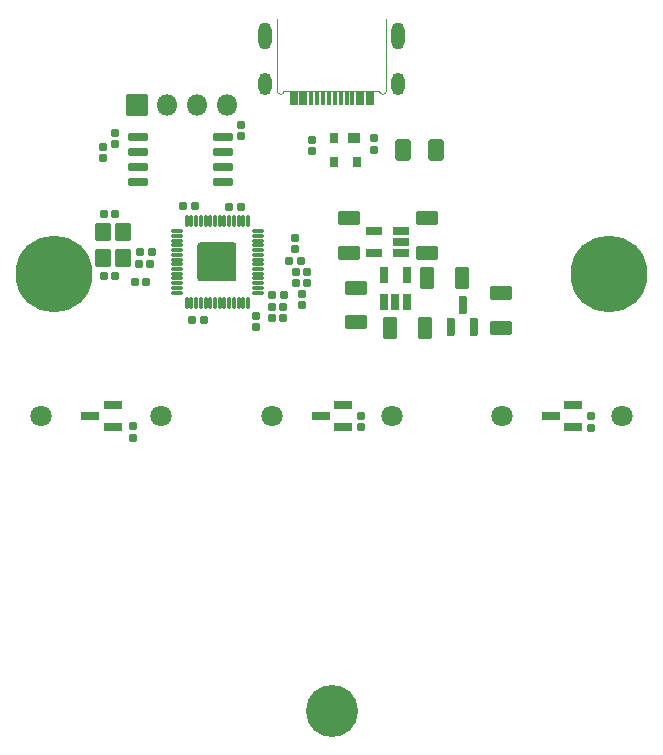
<source format=gbr>
%TF.GenerationSoftware,KiCad,Pcbnew,(7.0.0-0)*%
%TF.CreationDate,2023-04-23T02:23:08-05:00*%
%TF.ProjectId,RP2040_minimal,52503230-3430-45f6-9d69-6e696d616c2e,REV1*%
%TF.SameCoordinates,Original*%
%TF.FileFunction,Soldermask,Top*%
%TF.FilePolarity,Negative*%
%FSLAX46Y46*%
G04 Gerber Fmt 4.6, Leading zero omitted, Abs format (unit mm)*
G04 Created by KiCad (PCBNEW (7.0.0-0)) date 2023-04-23 02:23:08*
%MOMM*%
%LPD*%
G01*
G04 APERTURE LIST*
G04 Aperture macros list*
%AMRoundRect*
0 Rectangle with rounded corners*
0 $1 Rounding radius*
0 $2 $3 $4 $5 $6 $7 $8 $9 X,Y pos of 4 corners*
0 Add a 4 corners polygon primitive as box body*
4,1,4,$2,$3,$4,$5,$6,$7,$8,$9,$2,$3,0*
0 Add four circle primitives for the rounded corners*
1,1,$1+$1,$2,$3*
1,1,$1+$1,$4,$5*
1,1,$1+$1,$6,$7*
1,1,$1+$1,$8,$9*
0 Add four rect primitives between the rounded corners*
20,1,$1+$1,$2,$3,$4,$5,0*
20,1,$1+$1,$4,$5,$6,$7,0*
20,1,$1+$1,$6,$7,$8,$9,0*
20,1,$1+$1,$8,$9,$2,$3,0*%
G04 Aperture macros list end*
%TA.AperFunction,Profile*%
%ADD10C,0.120000*%
%TD*%
%ADD11C,4.402000*%
%ADD12RoundRect,0.191000X-0.170000X0.140000X-0.170000X-0.140000X0.170000X-0.140000X0.170000X0.140000X0*%
%ADD13RoundRect,0.051000X0.300000X0.575000X-0.300000X0.575000X-0.300000X-0.575000X0.300000X-0.575000X0*%
%ADD14RoundRect,0.051000X0.150000X0.575000X-0.150000X0.575000X-0.150000X-0.575000X0.150000X-0.575000X0*%
%ADD15O,1.102000X1.902000*%
%ADD16O,1.102000X2.302000*%
%ADD17RoundRect,0.191000X-0.140000X-0.170000X0.140000X-0.170000X0.140000X0.170000X-0.140000X0.170000X0*%
%ADD18RoundRect,0.201000X0.512500X0.150000X-0.512500X0.150000X-0.512500X-0.150000X0.512500X-0.150000X0*%
%ADD19RoundRect,0.191000X0.140000X0.170000X-0.140000X0.170000X-0.140000X-0.170000X0.140000X-0.170000X0*%
%ADD20RoundRect,0.201000X0.587500X0.150000X-0.587500X0.150000X-0.587500X-0.150000X0.587500X-0.150000X0*%
%ADD21RoundRect,0.301000X0.650000X-0.325000X0.650000X0.325000X-0.650000X0.325000X-0.650000X-0.325000X0*%
%ADD22RoundRect,0.201000X0.150000X-0.587500X0.150000X0.587500X-0.150000X0.587500X-0.150000X-0.587500X0*%
%ADD23RoundRect,0.051000X-0.600000X0.700000X-0.600000X-0.700000X0.600000X-0.700000X0.600000X0.700000X0*%
%ADD24RoundRect,0.050000X0.500000X0.350000X-0.500000X0.350000X-0.500000X-0.350000X0.500000X-0.350000X0*%
%ADD25RoundRect,0.050000X0.300000X0.350000X-0.300000X0.350000X-0.300000X-0.350000X0.300000X-0.350000X0*%
%ADD26RoundRect,0.301000X-0.325000X-0.650000X0.325000X-0.650000X0.325000X0.650000X-0.325000X0.650000X0*%
%ADD27RoundRect,0.191000X0.170000X-0.140000X0.170000X0.140000X-0.170000X0.140000X-0.170000X-0.140000X0*%
%ADD28RoundRect,0.201000X-0.650000X-0.150000X0.650000X-0.150000X0.650000X0.150000X-0.650000X0.150000X0*%
%ADD29RoundRect,0.301000X0.325000X0.650000X-0.325000X0.650000X-0.325000X-0.650000X0.325000X-0.650000X0*%
%ADD30RoundRect,0.301000X-0.650000X0.325000X-0.650000X-0.325000X0.650000X-0.325000X0.650000X0.325000X0*%
%ADD31RoundRect,0.186000X0.135000X0.185000X-0.135000X0.185000X-0.135000X-0.185000X0.135000X-0.185000X0*%
%ADD32RoundRect,0.101000X-0.050000X0.387500X-0.050000X-0.387500X0.050000X-0.387500X0.050000X0.387500X0*%
%ADD33RoundRect,0.101000X-0.387500X0.050000X-0.387500X-0.050000X0.387500X-0.050000X0.387500X0.050000X0*%
%ADD34RoundRect,0.195000X-1.456000X1.456000X-1.456000X-1.456000X1.456000X-1.456000X1.456000X1.456000X0*%
%ADD35RoundRect,0.051000X0.850000X-0.850000X0.850000X0.850000X-0.850000X0.850000X-0.850000X-0.850000X0*%
%ADD36O,1.802000X1.802000*%
%ADD37RoundRect,0.301000X-0.375000X-0.625000X0.375000X-0.625000X0.375000X0.625000X-0.375000X0.625000X0*%
%ADD38RoundRect,0.201000X0.150000X-0.512500X0.150000X0.512500X-0.150000X0.512500X-0.150000X-0.512500X0*%
%ADD39C,1.802000*%
%ADD40C,6.502000*%
G04 APERTURE END LIST*
D10*
%TO.C,P1*%
X4620000Y27520000D02*
X4625000Y33620000D01*
X4025000Y27495000D02*
X-4025000Y27495000D01*
X-4620000Y27520000D02*
X-4625000Y33620000D01*
X4025000Y27495000D02*
G75*
G03*
X4620000Y27520000I297500J12500D01*
G01*
X-4620000Y27520000D02*
G75*
G03*
X-4025000Y27495000I297500J-12500D01*
G01*
%TD*%
D11*
%TO.C,H3*%
X0Y-25000000D03*
%TD*%
D12*
%TO.C,C9*%
X-2515000Y10330000D03*
X-2515000Y9370000D03*
%TD*%
D13*
%TO.C,P1*%
X3200000Y26895000D03*
X2400000Y26895000D03*
D14*
X1250000Y26895000D03*
X250000Y26895000D03*
X-250000Y26895000D03*
X-1250000Y26895000D03*
D13*
X-2400000Y26895000D03*
X-3200000Y26895000D03*
X-3200000Y26895000D03*
X-2400000Y26895000D03*
D14*
X-1750000Y26895000D03*
X-750000Y26895000D03*
X750000Y26895000D03*
X1750000Y26895000D03*
D13*
X2400000Y26895000D03*
X3200000Y26895000D03*
D15*
X5619999Y28119999D03*
D16*
X5619999Y32119999D03*
D15*
X-5619999Y28119999D03*
D16*
X-5619999Y32119999D03*
%TD*%
D17*
%TO.C,C12*%
X-5085000Y8240000D03*
X-4125000Y8240000D03*
%TD*%
D12*
%TO.C,C8*%
X-6455000Y8440000D03*
X-6455000Y7480000D03*
%TD*%
D18*
%TO.C,U6*%
X5862500Y13740000D03*
X5862500Y14690000D03*
X5862500Y15640000D03*
X3587500Y15640000D03*
X3587500Y13740000D03*
%TD*%
D19*
%TO.C,C2*%
X-15730000Y11330000D03*
X-16690000Y11330000D03*
%TD*%
D20*
%TO.C,U9*%
X20437500Y-950000D03*
X20437500Y950000D03*
X18562500Y0D03*
%TD*%
D19*
%TO.C,R3*%
X-2055000Y12180000D03*
X-3015000Y12180000D03*
%TD*%
D21*
%TO.C,C18*%
X8030000Y13815000D03*
X8030000Y16765000D03*
%TD*%
D22*
%TO.C,U2*%
X10120000Y7480000D03*
X12020000Y7480000D03*
X11070000Y9355000D03*
%TD*%
D17*
%TO.C,C11*%
X-5095000Y9230000D03*
X-4135000Y9230000D03*
%TD*%
D23*
%TO.C,Y1*%
X-19338093Y15550000D03*
X-19338093Y13350000D03*
X-17638093Y13350000D03*
X-17638093Y15550000D03*
%TD*%
D19*
%TO.C,C4*%
X-15380000Y12820000D03*
X-16340000Y12820000D03*
%TD*%
D24*
%TO.C,U1*%
X1910000Y23480000D03*
D25*
X210000Y23480000D03*
X210000Y21480000D03*
X2110000Y21480000D03*
%TD*%
D26*
%TO.C,C16*%
X4960000Y7455000D03*
X7910000Y7455000D03*
%TD*%
D19*
%TO.C,R4*%
X-2065000Y11250000D03*
X-3025000Y11250000D03*
%TD*%
D12*
%TO.C,R1*%
X3602500Y23480000D03*
X3602500Y22520000D03*
%TD*%
D27*
%TO.C,R6*%
X-19340000Y21820000D03*
X-19340000Y22780000D03*
%TD*%
%TO.C,C13*%
X-7655000Y23660000D03*
X-7655000Y24620000D03*
%TD*%
D28*
%TO.C,U5*%
X-16435000Y23635000D03*
X-16435000Y22365000D03*
X-16435000Y21095000D03*
X-16435000Y19825000D03*
X-9235000Y19825000D03*
X-9235000Y21095000D03*
X-9235000Y22365000D03*
X-9235000Y23635000D03*
%TD*%
D29*
%TO.C,C14*%
X11055000Y11645000D03*
X8105000Y11645000D03*
%TD*%
D17*
%TO.C,C5*%
X-3585000Y13120000D03*
X-2625000Y13120000D03*
%TD*%
D27*
%TO.C,C22*%
X-16820000Y-1860000D03*
X-16820000Y-900000D03*
%TD*%
D19*
%TO.C,C6*%
X-11600000Y17730000D03*
X-12560000Y17730000D03*
%TD*%
D30*
%TO.C,C17*%
X2042813Y10848687D03*
X2042813Y7898687D03*
%TD*%
D12*
%TO.C,R5*%
X-18350000Y23940000D03*
X-18350000Y22980000D03*
%TD*%
D31*
%TO.C,R7*%
X-15250000Y13840000D03*
X-16270000Y13840000D03*
%TD*%
D20*
%TO.C,U8*%
X937500Y-950000D03*
X937500Y950000D03*
X-937500Y0D03*
%TD*%
D12*
%TO.C,C24*%
X2450000Y10000D03*
X2450000Y-950000D03*
%TD*%
D32*
%TO.C,U3*%
X-7082662Y16459500D03*
X-7482662Y16459500D03*
X-7882662Y16459500D03*
X-8282662Y16459500D03*
X-8682662Y16459500D03*
X-9082662Y16459500D03*
X-9482662Y16459500D03*
X-9882662Y16459500D03*
X-10282662Y16459500D03*
X-10682662Y16459500D03*
X-11082662Y16459500D03*
X-11482662Y16459500D03*
X-11882662Y16459500D03*
X-12282662Y16459500D03*
D33*
X-13120162Y15622000D03*
X-13120162Y15222000D03*
X-13120162Y14822000D03*
X-13120162Y14422000D03*
X-13120162Y14022000D03*
X-13120162Y13622000D03*
X-13120162Y13222000D03*
X-13120162Y12822000D03*
X-13120162Y12422000D03*
X-13120162Y12022000D03*
X-13120162Y11622000D03*
X-13120162Y11222000D03*
X-13120162Y10822000D03*
X-13120162Y10422000D03*
D32*
X-12282662Y9584500D03*
X-11882662Y9584500D03*
X-11482662Y9584500D03*
X-11082662Y9584500D03*
X-10682662Y9584500D03*
X-10282662Y9584500D03*
X-9882662Y9584500D03*
X-9482662Y9584500D03*
X-9082662Y9584500D03*
X-8682662Y9584500D03*
X-8282662Y9584500D03*
X-7882662Y9584500D03*
X-7482662Y9584500D03*
X-7082662Y9584500D03*
D33*
X-6245162Y10422000D03*
X-6245162Y10822000D03*
X-6245162Y11222000D03*
X-6245162Y11622000D03*
X-6245162Y12022000D03*
X-6245162Y12422000D03*
X-6245162Y12822000D03*
X-6245162Y13222000D03*
X-6245162Y13622000D03*
X-6245162Y14022000D03*
X-6245162Y14422000D03*
X-6245162Y14822000D03*
X-6245162Y15222000D03*
X-6245162Y15622000D03*
D34*
X-9682662Y13022000D03*
%TD*%
D21*
%TO.C,C15*%
X14365000Y7442500D03*
X14365000Y10392500D03*
%TD*%
D20*
%TO.C,U7*%
X-18562500Y-950000D03*
X-18562500Y950000D03*
X-20437500Y0D03*
%TD*%
D12*
%TO.C,R2*%
X-1680000Y23340000D03*
X-1680000Y22380000D03*
%TD*%
%TO.C,C23*%
X21970000Y-50000D03*
X21970000Y-1010000D03*
%TD*%
D19*
%TO.C,C7*%
X-7725000Y17710000D03*
X-8685000Y17710000D03*
%TD*%
%TO.C,C21*%
X-18320000Y11830000D03*
X-19280000Y11830000D03*
%TD*%
%TO.C,C3*%
X-10835000Y8070000D03*
X-11795000Y8070000D03*
%TD*%
D17*
%TO.C,C20*%
X-19285365Y17071742D03*
X-18325365Y17071742D03*
%TD*%
D35*
%TO.C,J1*%
X-16530000Y26350000D03*
D36*
X-13989999Y26349999D03*
X-11449999Y26349999D03*
X-8909999Y26349999D03*
%TD*%
D37*
%TO.C,F1*%
X6020000Y22520000D03*
X8820000Y22520000D03*
%TD*%
D27*
%TO.C,C1*%
X-3115000Y14080000D03*
X-3115000Y15040000D03*
%TD*%
D17*
%TO.C,C10*%
X-5035000Y10240000D03*
X-4075000Y10240000D03*
%TD*%
D21*
%TO.C,C19*%
X1450000Y13815000D03*
X1450000Y16765000D03*
%TD*%
D38*
%TO.C,U4*%
X4435000Y9647500D03*
X5385000Y9647500D03*
X6335000Y9647500D03*
X6335000Y11922500D03*
X4435000Y11922500D03*
%TD*%
D39*
%TO.C,REF\u002A\u002A*%
X24580000Y0D03*
X14420000Y0D03*
%TD*%
%TO.C,REF\u002A\u002A*%
X5080000Y0D03*
X-5080000Y0D03*
%TD*%
D40*
%TO.C,H2*%
X-23500000Y12000000D03*
%TD*%
%TO.C,H1*%
X23500000Y12000000D03*
%TD*%
D39*
%TO.C,REF\u002A\u002A*%
X-14420000Y0D03*
X-24580000Y0D03*
%TD*%
M02*

</source>
